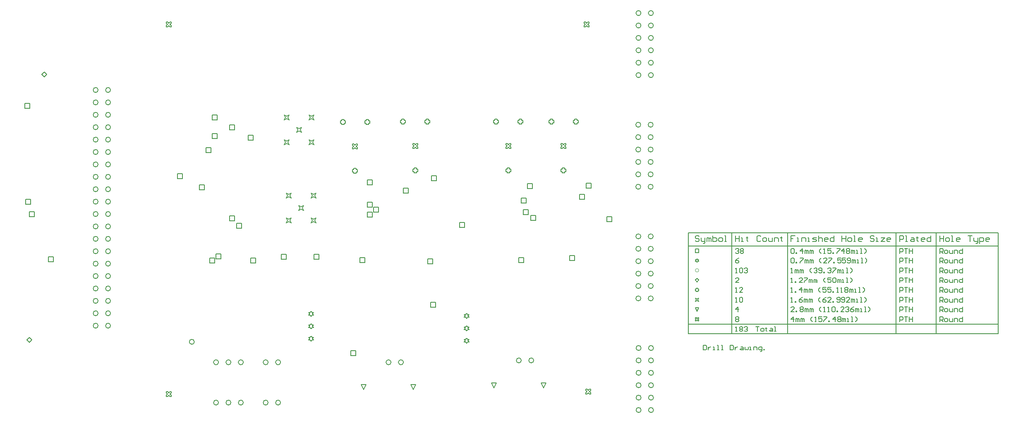
<source format=gbr>
G04 Layer_Color=2752767*
%FSLAX43Y43*%
%MOMM*%
%TF.FileFunction,Drawing*%
%TF.Part,Single*%
G01*
G75*
%TA.AperFunction,NonConductor*%
%ADD43C,0.127*%
%ADD91C,0.169*%
%ADD92C,0.203*%
%ADD93C,0.119*%
D43*
X13589Y18034D02*
Y19050D01*
X14605D01*
Y18034D01*
X13589D01*
X104775Y-7747D02*
X104267Y-6731D01*
X105283D01*
X104775Y-7747D01*
X114935D02*
X114427Y-6731D01*
X115443D01*
X114935Y-7747D01*
X99187Y1397D02*
X99441Y1651D01*
X99695D01*
X99441Y1905D01*
X99695Y2159D01*
X99441D01*
X99187Y2413D01*
X98933Y2159D01*
X98679D01*
X98933Y1905D01*
X98679Y1651D01*
X98933D01*
X99187Y1397D01*
Y3937D02*
X99441Y4191D01*
X99695D01*
X99441Y4445D01*
X99695Y4699D01*
X99441D01*
X99187Y4953D01*
X98933Y4699D01*
X98679D01*
X98933Y4445D01*
X98679Y4191D01*
X98933D01*
X99187Y3937D01*
Y6477D02*
X99441Y6731D01*
X99695D01*
X99441Y6985D01*
X99695Y7239D01*
X99441D01*
X99187Y7493D01*
X98933Y7239D01*
X98679D01*
X98933Y6985D01*
X98679Y6731D01*
X98933D01*
X99187Y6477D01*
X67310Y1778D02*
X67564Y2032D01*
X67818D01*
X67564Y2286D01*
X67818Y2540D01*
X67564D01*
X67310Y2794D01*
X67056Y2540D01*
X66802D01*
X67056Y2286D01*
X66802Y2032D01*
X67056D01*
X67310Y1778D01*
Y4318D02*
X67564Y4572D01*
X67818D01*
X67564Y4826D01*
X67818Y5080D01*
X67564D01*
X67310Y5334D01*
X67056Y5080D01*
X66802D01*
X67056Y4826D01*
X66802Y4572D01*
X67056D01*
X67310Y4318D01*
Y6858D02*
X67564Y7112D01*
X67818D01*
X67564Y7366D01*
X67818Y7620D01*
X67564D01*
X67310Y7874D01*
X67056Y7620D01*
X66802D01*
X67056Y7366D01*
X66802Y7112D01*
X67056D01*
X67310Y6858D01*
X64389Y44577D02*
X64643Y45085D01*
X64389Y45593D01*
X64897Y45339D01*
X65405Y45593D01*
X65151Y45085D01*
X65405Y44577D01*
X64897Y44831D01*
X64389Y44577D01*
X61849Y47117D02*
X62103Y47625D01*
X61849Y48133D01*
X62357Y47879D01*
X62865Y48133D01*
X62611Y47625D01*
X62865Y47117D01*
X62357Y47371D01*
X61849Y47117D01*
X66929D02*
X67183Y47625D01*
X66929Y48133D01*
X67437Y47879D01*
X67945Y48133D01*
X67691Y47625D01*
X67945Y47117D01*
X67437Y47371D01*
X66929Y47117D01*
X61849Y42037D02*
X62103Y42545D01*
X61849Y43053D01*
X62357Y42799D01*
X62865Y43053D01*
X62611Y42545D01*
X62865Y42037D01*
X62357Y42291D01*
X61849Y42037D01*
X66929D02*
X67183Y42545D01*
X66929Y43053D01*
X67437Y42799D01*
X67945Y43053D01*
X67691Y42545D01*
X67945Y42037D01*
X67437Y42291D01*
X66929Y42037D01*
X64770Y28575D02*
X65024Y29083D01*
X64770Y29591D01*
X65278Y29337D01*
X65786Y29591D01*
X65532Y29083D01*
X65786Y28575D01*
X65278Y28829D01*
X64770Y28575D01*
X62230Y31115D02*
X62484Y31623D01*
X62230Y32131D01*
X62738Y31877D01*
X63246Y32131D01*
X62992Y31623D01*
X63246Y31115D01*
X62738Y31369D01*
X62230Y31115D01*
X67310D02*
X67564Y31623D01*
X67310Y32131D01*
X67818Y31877D01*
X68326Y32131D01*
X68072Y31623D01*
X68326Y31115D01*
X67818Y31369D01*
X67310Y31115D01*
X62230Y26035D02*
X62484Y26543D01*
X62230Y27051D01*
X62738Y26797D01*
X63246Y27051D01*
X62992Y26543D01*
X63246Y26035D01*
X62738Y26289D01*
X62230Y26035D01*
X67310D02*
X67564Y26543D01*
X67310Y27051D01*
X67818Y26797D01*
X68326Y27051D01*
X68072Y26543D01*
X68326Y26035D01*
X67818Y26289D01*
X67310Y26035D01*
X78105Y-8128D02*
X77597Y-7112D01*
X78613D01*
X78105Y-8128D01*
X88265D02*
X87757Y-7112D01*
X88773D01*
X88265Y-8128D01*
X78573Y46402D02*
Y46148D01*
X79081D01*
Y46402D01*
X79335D01*
Y46910D01*
X79081D01*
Y47164D01*
X78573D01*
Y46910D01*
X78319D01*
Y46402D01*
X78573D01*
X73573D02*
Y46148D01*
X74081D01*
Y46402D01*
X74335D01*
Y46910D01*
X74081D01*
Y47164D01*
X73573D01*
Y46910D01*
X73319D01*
Y46402D01*
X73573D01*
X76073Y36402D02*
Y36148D01*
X76581D01*
Y36402D01*
X76835D01*
Y36910D01*
X76581D01*
Y37164D01*
X76073D01*
Y36910D01*
X75819D01*
Y36402D01*
X76073D01*
X75819Y41148D02*
X76073D01*
X76327Y41402D01*
X76581Y41148D01*
X76835D01*
Y41402D01*
X76581Y41656D01*
X76835Y41910D01*
Y42164D01*
X76581D01*
X76327Y41910D01*
X76073Y42164D01*
X75819D01*
Y41910D01*
X76073Y41656D01*
X75819Y41402D01*
Y41148D01*
X90892Y46529D02*
Y46275D01*
X91400D01*
Y46529D01*
X91654D01*
Y47037D01*
X91400D01*
Y47291D01*
X90892D01*
Y47037D01*
X90638D01*
Y46529D01*
X90892D01*
X85892D02*
Y46275D01*
X86400D01*
Y46529D01*
X86654D01*
Y47037D01*
X86400D01*
Y47291D01*
X85892D01*
Y47037D01*
X85638D01*
Y46529D01*
X85892D01*
X88392Y36529D02*
Y36275D01*
X88900D01*
Y36529D01*
X89154D01*
Y37037D01*
X88900D01*
Y37291D01*
X88392D01*
Y37037D01*
X88138D01*
Y36529D01*
X88392D01*
X88138Y41275D02*
X88392D01*
X88646Y41529D01*
X88900Y41275D01*
X89154D01*
Y41529D01*
X88900Y41783D01*
X89154Y42037D01*
Y42291D01*
X88900D01*
X88646Y42037D01*
X88392Y42291D01*
X88138D01*
Y42037D01*
X88392Y41783D01*
X88138Y41529D01*
Y41275D01*
X109942Y46529D02*
Y46275D01*
X110450D01*
Y46529D01*
X110704D01*
Y47037D01*
X110450D01*
Y47291D01*
X109942D01*
Y47037D01*
X109688D01*
Y46529D01*
X109942D01*
X104942D02*
Y46275D01*
X105450D01*
Y46529D01*
X105704D01*
Y47037D01*
X105450D01*
Y47291D01*
X104942D01*
Y47037D01*
X104688D01*
Y46529D01*
X104942D01*
X107442Y36529D02*
Y36275D01*
X107950D01*
Y36529D01*
X108204D01*
Y37037D01*
X107950D01*
Y37291D01*
X107442D01*
Y37037D01*
X107188D01*
Y36529D01*
X107442D01*
X107188Y41275D02*
X107442D01*
X107696Y41529D01*
X107950Y41275D01*
X108204D01*
Y41529D01*
X107950Y41783D01*
X108204Y42037D01*
Y42291D01*
X107950D01*
X107696Y42037D01*
X107442Y42291D01*
X107188D01*
Y42037D01*
X107442Y41783D01*
X107188Y41529D01*
Y41275D01*
X121245Y46529D02*
Y46275D01*
X121753D01*
Y46529D01*
X122007D01*
Y47037D01*
X121753D01*
Y47291D01*
X121245D01*
Y47037D01*
X120991D01*
Y46529D01*
X121245D01*
X116245D02*
Y46275D01*
X116753D01*
Y46529D01*
X117007D01*
Y47037D01*
X116753D01*
Y47291D01*
X116245D01*
Y47037D01*
X115991D01*
Y46529D01*
X116245D01*
X118745Y36529D02*
Y36275D01*
X119253D01*
Y36529D01*
X119507D01*
Y37037D01*
X119253D01*
Y37291D01*
X118745D01*
Y37037D01*
X118491D01*
Y36529D01*
X118745D01*
X118491Y41275D02*
X118745D01*
X118999Y41529D01*
X119253Y41275D01*
X119507D01*
Y41529D01*
X119253Y41783D01*
X119507Y42037D01*
Y42291D01*
X119253D01*
X118999Y42037D01*
X118745Y42291D01*
X118491D01*
Y42037D01*
X118745Y41783D01*
X118491Y41529D01*
Y41275D01*
X12192Y56401D02*
X12700Y56909D01*
X13208Y56401D01*
X12700Y55893D01*
X12192Y56401D01*
X9144Y2019D02*
X9652Y2527D01*
X10160Y2019D01*
X9652Y1511D01*
X9144Y2019D01*
X50673Y26416D02*
Y27432D01*
X51689D01*
Y26416D01*
X50673D01*
X37715Y-9525D02*
X37969D01*
X38223Y-9271D01*
X38477Y-9525D01*
X38731D01*
Y-9271D01*
X38477Y-9017D01*
X38731Y-8763D01*
Y-8509D01*
X38477D01*
X38223Y-8763D01*
X37969Y-8509D01*
X37715D01*
Y-8763D01*
X37969Y-9017D01*
X37715Y-9271D01*
Y-9525D01*
X123190Y66167D02*
X123444D01*
X123698Y66421D01*
X123952Y66167D01*
X124206D01*
Y66421D01*
X123952Y66675D01*
X124206Y66929D01*
Y67183D01*
X123952D01*
X123698Y66929D01*
X123444Y67183D01*
X123190D01*
Y66929D01*
X123444Y66675D01*
X123190Y66421D01*
Y66167D01*
X37715D02*
X37969D01*
X38223Y66421D01*
X38477Y66167D01*
X38731D01*
Y66421D01*
X38477Y66675D01*
X38731Y66929D01*
Y67183D01*
X38477D01*
X38223Y66929D01*
X37969Y67183D01*
X37715D01*
Y66929D01*
X37969Y66675D01*
X37715Y66421D01*
Y66167D01*
X123571Y-9017D02*
X123825D01*
X124079Y-8763D01*
X124333Y-9017D01*
X124587D01*
Y-8763D01*
X124333Y-8509D01*
X124587Y-8255D01*
Y-8001D01*
X124333D01*
X124079Y-8255D01*
X123825Y-8001D01*
X123571D01*
Y-8255D01*
X123825Y-8509D01*
X123571Y-8763D01*
Y-9017D01*
X50673Y45085D02*
Y46101D01*
X51689D01*
Y45085D01*
X50673D01*
X52070Y24892D02*
Y25908D01*
X53086D01*
Y24892D01*
X52070D01*
X78867Y27178D02*
Y28194D01*
X79883D01*
Y27178D01*
X78867D01*
X67945Y18542D02*
Y19558D01*
X68961D01*
Y18542D01*
X67945D01*
X61214D02*
Y19558D01*
X62230D01*
Y18542D01*
X61214D01*
X47879Y18669D02*
Y19685D01*
X48895D01*
Y18669D01*
X47879D01*
X45847Y40386D02*
Y41402D01*
X46863D01*
Y40386D01*
X45847D01*
X54483Y42926D02*
Y43942D01*
X55499D01*
Y42926D01*
X54483D01*
X8714Y49481D02*
Y50497D01*
X9730D01*
Y49481D01*
X8714D01*
X44450Y32766D02*
Y33782D01*
X45466D01*
Y32766D01*
X44450D01*
X47117Y47117D02*
Y48133D01*
X48133D01*
Y47117D01*
X47117D01*
X91821Y8763D02*
Y9779D01*
X92837D01*
Y8763D01*
X91821D01*
X75438Y-1143D02*
Y-127D01*
X76454D01*
Y-1143D01*
X75438D01*
X112268Y26543D02*
Y27559D01*
X113284D01*
Y26543D01*
X112268D01*
X127889Y26289D02*
Y27305D01*
X128905D01*
Y26289D01*
X127889D01*
X110363Y30099D02*
Y31115D01*
X111379D01*
Y30099D01*
X110363D01*
X80125Y28194D02*
Y29210D01*
X81141D01*
Y28194D01*
X80125D01*
X86233Y32131D02*
Y33147D01*
X87249D01*
Y32131D01*
X86233D01*
X123660Y33110D02*
Y34125D01*
X124676D01*
Y33110D01*
X123660D01*
X111618Y33032D02*
Y34048D01*
X112634D01*
Y33032D01*
X111618D01*
X91948Y34671D02*
Y35687D01*
X92964D01*
Y34671D01*
X91948D01*
X122301Y30861D02*
Y31877D01*
X123317D01*
Y30861D01*
X122301D01*
X46609Y17780D02*
Y18796D01*
X47625D01*
Y17780D01*
X46609D01*
X54991Y17780D02*
Y18796D01*
X56007D01*
Y17780D01*
X54991D01*
X47117Y43307D02*
Y44323D01*
X48133D01*
Y43307D01*
X47117D01*
X77343Y17907D02*
Y18923D01*
X78359D01*
Y17907D01*
X77343D01*
X91186Y17653D02*
Y18669D01*
X92202D01*
Y17653D01*
X91186D01*
X109855Y17907D02*
Y18923D01*
X110871D01*
Y17907D01*
X109855D01*
X120269Y18288D02*
Y19304D01*
X121285D01*
Y18288D01*
X120269D01*
X78867Y33782D02*
Y34798D01*
X79883D01*
Y33782D01*
X78867D01*
Y29210D02*
Y30226D01*
X79883D01*
Y29210D01*
X78867D01*
X40005Y35052D02*
Y36068D01*
X41021D01*
Y35052D01*
X40005D01*
X110744Y27686D02*
Y28702D01*
X111760D01*
Y27686D01*
X110744D01*
X97698Y25054D02*
Y26070D01*
X98714D01*
Y25054D01*
X97698D01*
X9652Y27305D02*
Y28321D01*
X10668D01*
Y27305D01*
X9652D01*
X8890Y29845D02*
Y30861D01*
X9906D01*
Y29845D01*
X8890D01*
X147624Y970D02*
Y-30D01*
X148124D01*
X148290Y137D01*
Y803D01*
X148124Y970D01*
X147624D01*
X148624Y636D02*
Y-30D01*
Y303D01*
X148790Y470D01*
X148957Y636D01*
X149124D01*
X149623Y-30D02*
X149957D01*
X149790D01*
Y636D01*
X149623D01*
X150456Y-30D02*
X150790D01*
X150623D01*
Y970D01*
X150456D01*
X151289Y-30D02*
X151623D01*
X151456D01*
Y970D01*
X151289D01*
X153122D02*
Y-30D01*
X153622D01*
X153789Y137D01*
Y803D01*
X153622Y970D01*
X153122D01*
X154122Y636D02*
Y-30D01*
Y303D01*
X154289Y470D01*
X154455Y636D01*
X154622D01*
X155288D02*
X155621D01*
X155788Y470D01*
Y-30D01*
X155288D01*
X155122Y137D01*
X155288Y303D01*
X155788D01*
X156121Y636D02*
Y137D01*
X156288Y-30D01*
X156454Y137D01*
X156621Y-30D01*
X156788Y137D01*
Y636D01*
X157121Y-30D02*
X157454D01*
X157288D01*
Y636D01*
X157121D01*
X157954Y-30D02*
Y636D01*
X158454D01*
X158620Y470D01*
Y-30D01*
X159287Y-363D02*
X159454D01*
X159620Y-197D01*
Y636D01*
X159120D01*
X158954Y470D01*
Y137D01*
X159120Y-30D01*
X159620D01*
X159953D02*
Y137D01*
X160120D01*
Y-30D01*
X159953D01*
X145973Y19924D02*
Y20636D01*
X146684D01*
Y19924D01*
X145973D01*
X154181Y20613D02*
X154347Y20780D01*
X154680D01*
X154847Y20613D01*
Y20446D01*
X154680Y20280D01*
X154514D01*
X154680D01*
X154847Y20113D01*
Y19947D01*
X154680Y19780D01*
X154347D01*
X154181Y19947D01*
X155180Y20613D02*
X155347Y20780D01*
X155680D01*
X155847Y20613D01*
Y20446D01*
X155680Y20280D01*
X155847Y20113D01*
Y19947D01*
X155680Y19780D01*
X155347D01*
X155180Y19947D01*
Y20113D01*
X155347Y20280D01*
X155180Y20446D01*
Y20613D01*
X155347Y20280D02*
X155680D01*
X165587Y20613D02*
X165754Y20780D01*
X166087D01*
X166253Y20613D01*
Y19947D01*
X166087Y19780D01*
X165754D01*
X165587Y19947D01*
Y20613D01*
X166587Y19780D02*
Y19947D01*
X166753D01*
Y19780D01*
X166587D01*
X167920D02*
Y20780D01*
X167420Y20280D01*
X168086D01*
X168419Y19780D02*
Y20446D01*
X168586D01*
X168753Y20280D01*
Y19780D01*
Y20280D01*
X168919Y20446D01*
X169086Y20280D01*
Y19780D01*
X169419D02*
Y20446D01*
X169586D01*
X169752Y20280D01*
Y19780D01*
Y20280D01*
X169919Y20446D01*
X170086Y20280D01*
Y19780D01*
X171752D02*
X171418Y20113D01*
Y20446D01*
X171752Y20780D01*
X172252Y19780D02*
X172585D01*
X172418D01*
Y20780D01*
X172252Y20613D01*
X173751Y20780D02*
X173085D01*
Y20280D01*
X173418Y20446D01*
X173584D01*
X173751Y20280D01*
Y19947D01*
X173584Y19780D01*
X173251D01*
X173085Y19947D01*
X174084Y19780D02*
Y19947D01*
X174251D01*
Y19780D01*
X174084D01*
X174917Y20780D02*
X175584D01*
Y20613D01*
X174917Y19947D01*
Y19780D01*
X176417D02*
Y20780D01*
X175917Y20280D01*
X176583D01*
X176917Y20613D02*
X177083Y20780D01*
X177417D01*
X177583Y20613D01*
Y20446D01*
X177417Y20280D01*
X177583Y20113D01*
Y19947D01*
X177417Y19780D01*
X177083D01*
X176917Y19947D01*
Y20113D01*
X177083Y20280D01*
X176917Y20446D01*
Y20613D01*
X177083Y20280D02*
X177417D01*
X177916Y19780D02*
Y20446D01*
X178083D01*
X178250Y20280D01*
Y19780D01*
Y20280D01*
X178416Y20446D01*
X178583Y20280D01*
Y19780D01*
X178916D02*
X179249D01*
X179083D01*
Y20446D01*
X178916D01*
X179749Y19780D02*
X180082D01*
X179916D01*
Y20780D01*
X179749D01*
X180582Y19780D02*
X180915Y20113D01*
Y20446D01*
X180582Y20780D01*
X187790Y19780D02*
Y20780D01*
X188290D01*
X188456Y20613D01*
Y20280D01*
X188290Y20113D01*
X187790D01*
X188790Y20780D02*
X189456D01*
X189123D01*
Y19780D01*
X189789Y20780D02*
Y19780D01*
Y20280D01*
X190456D01*
Y20780D01*
Y19780D01*
X195998D02*
Y20780D01*
X196497D01*
X196664Y20613D01*
Y20280D01*
X196497Y20113D01*
X195998D01*
X196331D02*
X196664Y19780D01*
X197164D02*
X197497D01*
X197664Y19947D01*
Y20280D01*
X197497Y20446D01*
X197164D01*
X196997Y20280D01*
Y19947D01*
X197164Y19780D01*
X197997Y20446D02*
Y19947D01*
X198164Y19780D01*
X198663D01*
Y20446D01*
X198997Y19780D02*
Y20446D01*
X199496D01*
X199663Y20280D01*
Y19780D01*
X200663Y20780D02*
Y19780D01*
X200163D01*
X199996Y19947D01*
Y20280D01*
X200163Y20446D01*
X200663D01*
X146329Y17924D02*
X146506Y18102D01*
X146684D01*
X146506Y18280D01*
X146684Y18458D01*
X146506D01*
X146329Y18636D01*
X146151Y18458D01*
X145973D01*
X146151Y18280D01*
X145973Y18102D01*
X146151D01*
X146329Y17924D01*
X154847Y18780D02*
X154514Y18613D01*
X154181Y18280D01*
Y17947D01*
X154347Y17780D01*
X154680D01*
X154847Y17947D01*
Y18113D01*
X154680Y18280D01*
X154181D01*
X165587Y18613D02*
X165754Y18780D01*
X166087D01*
X166253Y18613D01*
Y17947D01*
X166087Y17780D01*
X165754D01*
X165587Y17947D01*
Y18613D01*
X166587Y17780D02*
Y17947D01*
X166753D01*
Y17780D01*
X166587D01*
X167420Y18780D02*
X168086D01*
Y18613D01*
X167420Y17947D01*
Y17780D01*
X168419D02*
Y18446D01*
X168586D01*
X168753Y18280D01*
Y17780D01*
Y18280D01*
X168919Y18446D01*
X169086Y18280D01*
Y17780D01*
X169419D02*
Y18446D01*
X169586D01*
X169752Y18280D01*
Y17780D01*
Y18280D01*
X169919Y18446D01*
X170086Y18280D01*
Y17780D01*
X171752D02*
X171418Y18113D01*
Y18446D01*
X171752Y18780D01*
X172918Y17780D02*
X172252D01*
X172918Y18446D01*
Y18613D01*
X172751Y18780D01*
X172418D01*
X172252Y18613D01*
X173251Y18780D02*
X173918D01*
Y18613D01*
X173251Y17947D01*
Y17780D01*
X174251D02*
Y17947D01*
X174418D01*
Y17780D01*
X174251D01*
X175750Y18780D02*
X175084D01*
Y18280D01*
X175417Y18446D01*
X175584D01*
X175750Y18280D01*
Y17947D01*
X175584Y17780D01*
X175251D01*
X175084Y17947D01*
X176750Y18780D02*
X176084D01*
Y18280D01*
X176417Y18446D01*
X176583D01*
X176750Y18280D01*
Y17947D01*
X176583Y17780D01*
X176250D01*
X176084Y17947D01*
X177083D02*
X177250Y17780D01*
X177583D01*
X177750Y17947D01*
Y18613D01*
X177583Y18780D01*
X177250D01*
X177083Y18613D01*
Y18446D01*
X177250Y18280D01*
X177750D01*
X178083Y17780D02*
Y18446D01*
X178250D01*
X178416Y18280D01*
Y17780D01*
Y18280D01*
X178583Y18446D01*
X178749Y18280D01*
Y17780D01*
X179083D02*
X179416D01*
X179249D01*
Y18446D01*
X179083D01*
X179916Y17780D02*
X180249D01*
X180082D01*
Y18780D01*
X179916D01*
X180749Y17780D02*
X181082Y18113D01*
Y18446D01*
X180749Y18780D01*
X187790Y17780D02*
Y18780D01*
X188290D01*
X188456Y18613D01*
Y18280D01*
X188290Y18113D01*
X187790D01*
X188790Y18780D02*
X189456D01*
X189123D01*
Y17780D01*
X189789Y18780D02*
Y17780D01*
Y18280D01*
X190456D01*
Y18780D01*
Y17780D01*
X195998D02*
Y18780D01*
X196497D01*
X196664Y18613D01*
Y18280D01*
X196497Y18113D01*
X195998D01*
X196331D02*
X196664Y17780D01*
X197164D02*
X197497D01*
X197664Y17947D01*
Y18280D01*
X197497Y18446D01*
X197164D01*
X196997Y18280D01*
Y17947D01*
X197164Y17780D01*
X197997Y18446D02*
Y17947D01*
X198164Y17780D01*
X198663D01*
Y18446D01*
X198997Y17780D02*
Y18446D01*
X199496D01*
X199663Y18280D01*
Y17780D01*
X200663Y18780D02*
Y17780D01*
X200163D01*
X199996Y17947D01*
Y18280D01*
X200163Y18446D01*
X200663D01*
X154181Y15780D02*
X154514D01*
X154347D01*
Y16780D01*
X154181Y16613D01*
X155014D02*
X155180Y16780D01*
X155513D01*
X155680Y16613D01*
Y15947D01*
X155513Y15780D01*
X155180D01*
X155014Y15947D01*
Y16613D01*
X156013D02*
X156180Y16780D01*
X156513D01*
X156680Y16613D01*
Y16446D01*
X156513Y16280D01*
X156346D01*
X156513D01*
X156680Y16113D01*
Y15947D01*
X156513Y15780D01*
X156180D01*
X156013Y15947D01*
X165587Y15780D02*
X165920D01*
X165754D01*
Y16780D01*
X165587Y16613D01*
X166420Y15780D02*
Y16446D01*
X166587D01*
X166753Y16280D01*
Y15780D01*
Y16280D01*
X166920Y16446D01*
X167087Y16280D01*
Y15780D01*
X167420D02*
Y16446D01*
X167586D01*
X167753Y16280D01*
Y15780D01*
Y16280D01*
X167920Y16446D01*
X168086Y16280D01*
Y15780D01*
X169752D02*
X169419Y16113D01*
Y16446D01*
X169752Y16780D01*
X170252Y16613D02*
X170419Y16780D01*
X170752D01*
X170919Y16613D01*
Y16446D01*
X170752Y16280D01*
X170585D01*
X170752D01*
X170919Y16113D01*
Y15947D01*
X170752Y15780D01*
X170419D01*
X170252Y15947D01*
X171252D02*
X171418Y15780D01*
X171752D01*
X171918Y15947D01*
Y16613D01*
X171752Y16780D01*
X171418D01*
X171252Y16613D01*
Y16446D01*
X171418Y16280D01*
X171918D01*
X172252Y15780D02*
Y15947D01*
X172418D01*
Y15780D01*
X172252D01*
X173085Y16613D02*
X173251Y16780D01*
X173584D01*
X173751Y16613D01*
Y16446D01*
X173584Y16280D01*
X173418D01*
X173584D01*
X173751Y16113D01*
Y15947D01*
X173584Y15780D01*
X173251D01*
X173085Y15947D01*
X174084Y16780D02*
X174751D01*
Y16613D01*
X174084Y15947D01*
Y15780D01*
X175084D02*
Y16446D01*
X175251D01*
X175417Y16280D01*
Y15780D01*
Y16280D01*
X175584Y16446D01*
X175750Y16280D01*
Y15780D01*
X176084D02*
X176417D01*
X176250D01*
Y16446D01*
X176084D01*
X176917Y15780D02*
X177250D01*
X177083D01*
Y16780D01*
X176917D01*
X177750Y15780D02*
X178083Y16113D01*
Y16446D01*
X177750Y16780D01*
X187790Y15780D02*
Y16780D01*
X188290D01*
X188456Y16613D01*
Y16280D01*
X188290Y16113D01*
X187790D01*
X188790Y16780D02*
X189456D01*
X189123D01*
Y15780D01*
X189789Y16780D02*
Y15780D01*
Y16280D01*
X190456D01*
Y16780D01*
Y15780D01*
X195998D02*
Y16780D01*
X196497D01*
X196664Y16613D01*
Y16280D01*
X196497Y16113D01*
X195998D01*
X196331D02*
X196664Y15780D01*
X197164D02*
X197497D01*
X197664Y15947D01*
Y16280D01*
X197497Y16446D01*
X197164D01*
X196997Y16280D01*
Y15947D01*
X197164Y15780D01*
X197997Y16446D02*
Y15947D01*
X198164Y15780D01*
X198663D01*
Y16446D01*
X198997Y15780D02*
Y16446D01*
X199496D01*
X199663Y16280D01*
Y15780D01*
X200663Y16780D02*
Y15780D01*
X200163D01*
X199996Y15947D01*
Y16280D01*
X200163Y16446D01*
X200663D01*
X145973Y14280D02*
X146329Y14636D01*
X146684Y14280D01*
X146329Y13924D01*
X145973Y14280D01*
X154847Y13780D02*
X154181D01*
X154847Y14446D01*
Y14613D01*
X154680Y14780D01*
X154347D01*
X154181Y14613D01*
X165587Y13780D02*
X165920D01*
X165754D01*
Y14780D01*
X165587Y14613D01*
X166420Y13780D02*
Y13947D01*
X166587D01*
Y13780D01*
X166420D01*
X167920D02*
X167253D01*
X167920Y14446D01*
Y14613D01*
X167753Y14780D01*
X167420D01*
X167253Y14613D01*
X168253Y14780D02*
X168919D01*
Y14613D01*
X168253Y13947D01*
Y13780D01*
X169253D02*
Y14446D01*
X169419D01*
X169586Y14280D01*
Y13780D01*
Y14280D01*
X169752Y14446D01*
X169919Y14280D01*
Y13780D01*
X170252D02*
Y14446D01*
X170419D01*
X170585Y14280D01*
Y13780D01*
Y14280D01*
X170752Y14446D01*
X170919Y14280D01*
Y13780D01*
X172585D02*
X172252Y14113D01*
Y14446D01*
X172585Y14780D01*
X173751D02*
X173085D01*
Y14280D01*
X173418Y14446D01*
X173584D01*
X173751Y14280D01*
Y13947D01*
X173584Y13780D01*
X173251D01*
X173085Y13947D01*
X174084Y14613D02*
X174251Y14780D01*
X174584D01*
X174751Y14613D01*
Y13947D01*
X174584Y13780D01*
X174251D01*
X174084Y13947D01*
Y14613D01*
X175084Y13780D02*
Y14446D01*
X175251D01*
X175417Y14280D01*
Y13780D01*
Y14280D01*
X175584Y14446D01*
X175750Y14280D01*
Y13780D01*
X176084D02*
X176417D01*
X176250D01*
Y14446D01*
X176084D01*
X176917Y13780D02*
X177250D01*
X177083D01*
Y14780D01*
X176917D01*
X177750Y13780D02*
X178083Y14113D01*
Y14446D01*
X177750Y14780D01*
X187790Y13780D02*
Y14780D01*
X188290D01*
X188456Y14613D01*
Y14280D01*
X188290Y14113D01*
X187790D01*
X188790Y14780D02*
X189456D01*
X189123D01*
Y13780D01*
X189789Y14780D02*
Y13780D01*
Y14280D01*
X190456D01*
Y14780D01*
Y13780D01*
X195998D02*
Y14780D01*
X196497D01*
X196664Y14613D01*
Y14280D01*
X196497Y14113D01*
X195998D01*
X196331D02*
X196664Y13780D01*
X197164D02*
X197497D01*
X197664Y13947D01*
Y14280D01*
X197497Y14446D01*
X197164D01*
X196997Y14280D01*
Y13947D01*
X197164Y13780D01*
X197997Y14446D02*
Y13947D01*
X198164Y13780D01*
X198663D01*
Y14446D01*
X198997Y13780D02*
Y14446D01*
X199496D01*
X199663Y14280D01*
Y13780D01*
X200663Y14780D02*
Y13780D01*
X200163D01*
X199996Y13947D01*
Y14280D01*
X200163Y14446D01*
X200663D01*
X146151Y12102D02*
Y11924D01*
X146506D01*
Y12102D01*
X146684D01*
Y12458D01*
X146506D01*
Y12636D01*
X146151D01*
Y12458D01*
X145973D01*
Y12102D01*
X146151D01*
X154181Y11780D02*
X154514D01*
X154347D01*
Y12780D01*
X154181Y12613D01*
X155680Y11780D02*
X155014D01*
X155680Y12446D01*
Y12613D01*
X155513Y12780D01*
X155180D01*
X155014Y12613D01*
X165587Y11780D02*
X165920D01*
X165754D01*
Y12780D01*
X165587Y12613D01*
X166420Y11780D02*
Y11947D01*
X166587D01*
Y11780D01*
X166420D01*
X167753D02*
Y12780D01*
X167253Y12280D01*
X167920D01*
X168253Y11780D02*
Y12446D01*
X168419D01*
X168586Y12280D01*
Y11780D01*
Y12280D01*
X168753Y12446D01*
X168919Y12280D01*
Y11780D01*
X169253D02*
Y12446D01*
X169419D01*
X169586Y12280D01*
Y11780D01*
Y12280D01*
X169752Y12446D01*
X169919Y12280D01*
Y11780D01*
X171585D02*
X171252Y12113D01*
Y12446D01*
X171585Y12780D01*
X172751D02*
X172085D01*
Y12280D01*
X172418Y12446D01*
X172585D01*
X172751Y12280D01*
Y11947D01*
X172585Y11780D01*
X172252D01*
X172085Y11947D01*
X173751Y12780D02*
X173085D01*
Y12280D01*
X173418Y12446D01*
X173584D01*
X173751Y12280D01*
Y11947D01*
X173584Y11780D01*
X173251D01*
X173085Y11947D01*
X174084Y11780D02*
Y11947D01*
X174251D01*
Y11780D01*
X174084D01*
X174917D02*
X175251D01*
X175084D01*
Y12780D01*
X174917Y12613D01*
X175750Y11780D02*
X176084D01*
X175917D01*
Y12780D01*
X175750Y12613D01*
X176583D02*
X176750Y12780D01*
X177083D01*
X177250Y12613D01*
Y12446D01*
X177083Y12280D01*
X177250Y12113D01*
Y11947D01*
X177083Y11780D01*
X176750D01*
X176583Y11947D01*
Y12113D01*
X176750Y12280D01*
X176583Y12446D01*
Y12613D01*
X176750Y12280D02*
X177083D01*
X177583Y11780D02*
Y12446D01*
X177750D01*
X177916Y12280D01*
Y11780D01*
Y12280D01*
X178083Y12446D01*
X178250Y12280D01*
Y11780D01*
X178583D02*
X178916D01*
X178749D01*
Y12446D01*
X178583D01*
X179416Y11780D02*
X179749D01*
X179583D01*
Y12780D01*
X179416D01*
X180249Y11780D02*
X180582Y12113D01*
Y12446D01*
X180249Y12780D01*
X187790Y11780D02*
Y12780D01*
X188290D01*
X188456Y12613D01*
Y12280D01*
X188290Y12113D01*
X187790D01*
X188790Y12780D02*
X189456D01*
X189123D01*
Y11780D01*
X189789Y12780D02*
Y11780D01*
Y12280D01*
X190456D01*
Y12780D01*
Y11780D01*
X195998D02*
Y12780D01*
X196497D01*
X196664Y12613D01*
Y12280D01*
X196497Y12113D01*
X195998D01*
X196331D02*
X196664Y11780D01*
X197164D02*
X197497D01*
X197664Y11947D01*
Y12280D01*
X197497Y12446D01*
X197164D01*
X196997Y12280D01*
Y11947D01*
X197164Y11780D01*
X197997Y12446D02*
Y11947D01*
X198164Y11780D01*
X198663D01*
Y12446D01*
X198997Y11780D02*
Y12446D01*
X199496D01*
X199663Y12280D01*
Y11780D01*
X200663Y12780D02*
Y11780D01*
X200163D01*
X199996Y11947D01*
Y12280D01*
X200163Y12446D01*
X200663D01*
X145973Y9924D02*
X146151Y10280D01*
X145973Y10636D01*
X146329Y10458D01*
X146684Y10636D01*
X146506Y10280D01*
X146684Y9924D01*
X146329Y10102D01*
X145973Y9924D01*
X154181Y9780D02*
X154514D01*
X154347D01*
Y10780D01*
X154181Y10613D01*
X155014D02*
X155180Y10780D01*
X155513D01*
X155680Y10613D01*
Y9947D01*
X155513Y9780D01*
X155180D01*
X155014Y9947D01*
Y10613D01*
X165587Y9780D02*
X165920D01*
X165754D01*
Y10780D01*
X165587Y10613D01*
X166420Y9780D02*
Y9947D01*
X166587D01*
Y9780D01*
X166420D01*
X167920Y10780D02*
X167586Y10613D01*
X167253Y10280D01*
Y9947D01*
X167420Y9780D01*
X167753D01*
X167920Y9947D01*
Y10113D01*
X167753Y10280D01*
X167253D01*
X168253Y9780D02*
Y10446D01*
X168419D01*
X168586Y10280D01*
Y9780D01*
Y10280D01*
X168753Y10446D01*
X168919Y10280D01*
Y9780D01*
X169253D02*
Y10446D01*
X169419D01*
X169586Y10280D01*
Y9780D01*
Y10280D01*
X169752Y10446D01*
X169919Y10280D01*
Y9780D01*
X171585D02*
X171252Y10113D01*
Y10446D01*
X171585Y10780D01*
X172751D02*
X172418Y10613D01*
X172085Y10280D01*
Y9947D01*
X172252Y9780D01*
X172585D01*
X172751Y9947D01*
Y10113D01*
X172585Y10280D01*
X172085D01*
X173751Y9780D02*
X173085D01*
X173751Y10446D01*
Y10613D01*
X173584Y10780D01*
X173251D01*
X173085Y10613D01*
X174084Y9780D02*
Y9947D01*
X174251D01*
Y9780D01*
X174084D01*
X174917Y9947D02*
X175084Y9780D01*
X175417D01*
X175584Y9947D01*
Y10613D01*
X175417Y10780D01*
X175084D01*
X174917Y10613D01*
Y10446D01*
X175084Y10280D01*
X175584D01*
X175917Y9947D02*
X176084Y9780D01*
X176417D01*
X176583Y9947D01*
Y10613D01*
X176417Y10780D01*
X176084D01*
X175917Y10613D01*
Y10446D01*
X176084Y10280D01*
X176583D01*
X177583Y9780D02*
X176917D01*
X177583Y10446D01*
Y10613D01*
X177417Y10780D01*
X177083D01*
X176917Y10613D01*
X177916Y9780D02*
Y10446D01*
X178083D01*
X178250Y10280D01*
Y9780D01*
Y10280D01*
X178416Y10446D01*
X178583Y10280D01*
Y9780D01*
X178916D02*
X179249D01*
X179083D01*
Y10446D01*
X178916D01*
X179749Y9780D02*
X180082D01*
X179916D01*
Y10780D01*
X179749D01*
X180582Y9780D02*
X180915Y10113D01*
Y10446D01*
X180582Y10780D01*
X187790Y9780D02*
Y10780D01*
X188290D01*
X188456Y10613D01*
Y10280D01*
X188290Y10113D01*
X187790D01*
X188790Y10780D02*
X189456D01*
X189123D01*
Y9780D01*
X189789Y10780D02*
Y9780D01*
Y10280D01*
X190456D01*
Y10780D01*
Y9780D01*
X195998D02*
Y10780D01*
X196497D01*
X196664Y10613D01*
Y10280D01*
X196497Y10113D01*
X195998D01*
X196331D02*
X196664Y9780D01*
X197164D02*
X197497D01*
X197664Y9947D01*
Y10280D01*
X197497Y10446D01*
X197164D01*
X196997Y10280D01*
Y9947D01*
X197164Y9780D01*
X197997Y10446D02*
Y9947D01*
X198164Y9780D01*
X198663D01*
Y10446D01*
X198997Y9780D02*
Y10446D01*
X199496D01*
X199663Y10280D01*
Y9780D01*
X200663Y10780D02*
Y9780D01*
X200163D01*
X199996Y9947D01*
Y10280D01*
X200163Y10446D01*
X200663D01*
X146329Y7924D02*
X145973Y8636D01*
X146684D01*
X146329Y7924D01*
X154680Y7780D02*
Y8780D01*
X154181Y8280D01*
X154847D01*
X166253Y7780D02*
X165587D01*
X166253Y8446D01*
Y8613D01*
X166087Y8780D01*
X165754D01*
X165587Y8613D01*
X166587Y7780D02*
Y7947D01*
X166753D01*
Y7780D01*
X166587D01*
X167420Y8613D02*
X167586Y8780D01*
X167920D01*
X168086Y8613D01*
Y8446D01*
X167920Y8280D01*
X168086Y8113D01*
Y7947D01*
X167920Y7780D01*
X167586D01*
X167420Y7947D01*
Y8113D01*
X167586Y8280D01*
X167420Y8446D01*
Y8613D01*
X167586Y8280D02*
X167920D01*
X168419Y7780D02*
Y8446D01*
X168586D01*
X168753Y8280D01*
Y7780D01*
Y8280D01*
X168919Y8446D01*
X169086Y8280D01*
Y7780D01*
X169419D02*
Y8446D01*
X169586D01*
X169752Y8280D01*
Y7780D01*
Y8280D01*
X169919Y8446D01*
X170086Y8280D01*
Y7780D01*
X171752D02*
X171418Y8113D01*
Y8446D01*
X171752Y8780D01*
X172252Y7780D02*
X172585D01*
X172418D01*
Y8780D01*
X172252Y8613D01*
X173085Y7780D02*
X173418D01*
X173251D01*
Y8780D01*
X173085Y8613D01*
X173918D02*
X174084Y8780D01*
X174418D01*
X174584Y8613D01*
Y7947D01*
X174418Y7780D01*
X174084D01*
X173918Y7947D01*
Y8613D01*
X174917Y7780D02*
Y7947D01*
X175084D01*
Y7780D01*
X174917D01*
X176417D02*
X175750D01*
X176417Y8446D01*
Y8613D01*
X176250Y8780D01*
X175917D01*
X175750Y8613D01*
X176750D02*
X176917Y8780D01*
X177250D01*
X177417Y8613D01*
Y8446D01*
X177250Y8280D01*
X177083D01*
X177250D01*
X177417Y8113D01*
Y7947D01*
X177250Y7780D01*
X176917D01*
X176750Y7947D01*
X178416Y8780D02*
X178083Y8613D01*
X177750Y8280D01*
Y7947D01*
X177916Y7780D01*
X178250D01*
X178416Y7947D01*
Y8113D01*
X178250Y8280D01*
X177750D01*
X178749Y7780D02*
Y8446D01*
X178916D01*
X179083Y8280D01*
Y7780D01*
Y8280D01*
X179249Y8446D01*
X179416Y8280D01*
Y7780D01*
X179749D02*
X180082D01*
X179916D01*
Y8446D01*
X179749D01*
X180582Y7780D02*
X180915D01*
X180749D01*
Y8780D01*
X180582D01*
X181415Y7780D02*
X181748Y8113D01*
Y8446D01*
X181415Y8780D01*
X187790Y7780D02*
Y8780D01*
X188290D01*
X188456Y8613D01*
Y8280D01*
X188290Y8113D01*
X187790D01*
X188790Y8780D02*
X189456D01*
X189123D01*
Y7780D01*
X189789Y8780D02*
Y7780D01*
Y8280D01*
X190456D01*
Y8780D01*
Y7780D01*
X195998D02*
Y8780D01*
X196497D01*
X196664Y8613D01*
Y8280D01*
X196497Y8113D01*
X195998D01*
X196331D02*
X196664Y7780D01*
X197164D02*
X197497D01*
X197664Y7947D01*
Y8280D01*
X197497Y8446D01*
X197164D01*
X196997Y8280D01*
Y7947D01*
X197164Y7780D01*
X197997Y8446D02*
Y7947D01*
X198164Y7780D01*
X198663D01*
Y8446D01*
X198997Y7780D02*
Y8446D01*
X199496D01*
X199663Y8280D01*
Y7780D01*
X200663Y8780D02*
Y7780D01*
X200163D01*
X199996Y7947D01*
Y8280D01*
X200163Y8446D01*
X200663D01*
X145973Y5924D02*
X146151D01*
X146329Y6102D01*
X146506Y5924D01*
X146684D01*
Y6102D01*
X146506Y6280D01*
X146684Y6458D01*
Y6636D01*
X146506D01*
X146329Y6458D01*
X146151Y6636D01*
X145973D01*
Y6458D01*
X146151Y6280D01*
X145973Y6102D01*
Y5924D01*
X154181Y6613D02*
X154347Y6780D01*
X154680D01*
X154847Y6613D01*
Y6446D01*
X154680Y6280D01*
X154847Y6113D01*
Y5947D01*
X154680Y5780D01*
X154347D01*
X154181Y5947D01*
Y6113D01*
X154347Y6280D01*
X154181Y6446D01*
Y6613D01*
X154347Y6280D02*
X154680D01*
X166087Y5780D02*
Y6780D01*
X165587Y6280D01*
X166253D01*
X166587Y5780D02*
Y6446D01*
X166753D01*
X166920Y6280D01*
Y5780D01*
Y6280D01*
X167087Y6446D01*
X167253Y6280D01*
Y5780D01*
X167586D02*
Y6446D01*
X167753D01*
X167920Y6280D01*
Y5780D01*
Y6280D01*
X168086Y6446D01*
X168253Y6280D01*
Y5780D01*
X169919D02*
X169586Y6113D01*
Y6446D01*
X169919Y6780D01*
X170419Y5780D02*
X170752D01*
X170585D01*
Y6780D01*
X170419Y6613D01*
X171918Y6780D02*
X171252D01*
Y6280D01*
X171585Y6446D01*
X171752D01*
X171918Y6280D01*
Y5947D01*
X171752Y5780D01*
X171418D01*
X171252Y5947D01*
X172252Y6780D02*
X172918D01*
Y6613D01*
X172252Y5947D01*
Y5780D01*
X173251D02*
Y5947D01*
X173418D01*
Y5780D01*
X173251D01*
X174584D02*
Y6780D01*
X174084Y6280D01*
X174751D01*
X175084Y6613D02*
X175251Y6780D01*
X175584D01*
X175750Y6613D01*
Y6446D01*
X175584Y6280D01*
X175750Y6113D01*
Y5947D01*
X175584Y5780D01*
X175251D01*
X175084Y5947D01*
Y6113D01*
X175251Y6280D01*
X175084Y6446D01*
Y6613D01*
X175251Y6280D02*
X175584D01*
X176084Y5780D02*
Y6446D01*
X176250D01*
X176417Y6280D01*
Y5780D01*
Y6280D01*
X176583Y6446D01*
X176750Y6280D01*
Y5780D01*
X177083D02*
X177417D01*
X177250D01*
Y6446D01*
X177083D01*
X177916Y5780D02*
X178250D01*
X178083D01*
Y6780D01*
X177916D01*
X178749Y5780D02*
X179083Y6113D01*
Y6446D01*
X178749Y6780D01*
X187790Y5780D02*
Y6780D01*
X188290D01*
X188456Y6613D01*
Y6280D01*
X188290Y6113D01*
X187790D01*
X188790Y6780D02*
X189456D01*
X189123D01*
Y5780D01*
X189789Y6780D02*
Y5780D01*
Y6280D01*
X190456D01*
Y6780D01*
Y5780D01*
X195998D02*
Y6780D01*
X196497D01*
X196664Y6613D01*
Y6280D01*
X196497Y6113D01*
X195998D01*
X196331D02*
X196664Y5780D01*
X197164D02*
X197497D01*
X197664Y5947D01*
Y6280D01*
X197497Y6446D01*
X197164D01*
X196997Y6280D01*
Y5947D01*
X197164Y5780D01*
X197997Y6446D02*
Y5947D01*
X198164Y5780D01*
X198663D01*
Y6446D01*
X198997Y5780D02*
Y6446D01*
X199496D01*
X199663Y6280D01*
Y5780D01*
X200663Y6780D02*
Y5780D01*
X200163D01*
X199996Y5947D01*
Y6280D01*
X200163Y6446D01*
X200663D01*
X154181Y3780D02*
X154514D01*
X154347D01*
Y4780D01*
X154181Y4613D01*
X155014D02*
X155180Y4780D01*
X155513D01*
X155680Y4613D01*
Y4446D01*
X155513Y4280D01*
X155680Y4113D01*
Y3947D01*
X155513Y3780D01*
X155180D01*
X155014Y3947D01*
Y4113D01*
X155180Y4280D01*
X155014Y4446D01*
Y4613D01*
X155180Y4280D02*
X155513D01*
X156013Y4613D02*
X156180Y4780D01*
X156513D01*
X156680Y4613D01*
Y4446D01*
X156513Y4280D01*
X156346D01*
X156513D01*
X156680Y4113D01*
Y3947D01*
X156513Y3780D01*
X156180D01*
X156013Y3947D01*
X158337Y4780D02*
X159003D01*
X158670D01*
Y3780D01*
X159503D02*
X159836D01*
X160003Y3947D01*
Y4280D01*
X159836Y4446D01*
X159503D01*
X159337Y4280D01*
Y3947D01*
X159503Y3780D01*
X160503Y4613D02*
Y4446D01*
X160336D01*
X160669D01*
X160503D01*
Y3947D01*
X160669Y3780D01*
X161336Y4446D02*
X161669D01*
X161836Y4280D01*
Y3780D01*
X161336D01*
X161169Y3947D01*
X161336Y4113D01*
X161836D01*
X162169Y3780D02*
X162502D01*
X162336D01*
Y4780D01*
X162169D01*
D91*
X134874Y-12319D02*
G03*
X134874Y-12319I-508J0D01*
G01*
Y-9779D02*
G03*
X134874Y-9779I-508J0D01*
G01*
Y-7239D02*
G03*
X134874Y-7239I-508J0D01*
G01*
Y-4699D02*
G03*
X134874Y-4699I-508J0D01*
G01*
Y-2159D02*
G03*
X134874Y-2159I-508J0D01*
G01*
Y381D02*
G03*
X134874Y381I-508J0D01*
G01*
X137414Y-12319D02*
G03*
X137414Y-12319I-508J0D01*
G01*
Y-9779D02*
G03*
X137414Y-9779I-508J0D01*
G01*
Y-7239D02*
G03*
X137414Y-7239I-508J0D01*
G01*
Y-4699D02*
G03*
X137414Y-4699I-508J0D01*
G01*
Y-2159D02*
G03*
X137414Y-2159I-508J0D01*
G01*
Y381D02*
G03*
X137414Y381I-508J0D01*
G01*
X134824Y10541D02*
G03*
X134824Y10541I-508J0D01*
G01*
Y13081D02*
G03*
X134824Y13081I-508J0D01*
G01*
Y15621D02*
G03*
X134824Y15621I-508J0D01*
G01*
Y18161D02*
G03*
X134824Y18161I-508J0D01*
G01*
Y20701D02*
G03*
X134824Y20701I-508J0D01*
G01*
Y23241D02*
G03*
X134824Y23241I-508J0D01*
G01*
X137364Y10541D02*
G03*
X137364Y10541I-508J0D01*
G01*
Y13081D02*
G03*
X137364Y13081I-508J0D01*
G01*
Y15621D02*
G03*
X137364Y15621I-508J0D01*
G01*
Y18161D02*
G03*
X137364Y18161I-508J0D01*
G01*
Y20701D02*
G03*
X137364Y20701I-508J0D01*
G01*
Y23241D02*
G03*
X137364Y23241I-508J0D01*
G01*
X134799Y33401D02*
G03*
X134799Y33401I-508J0D01*
G01*
Y35941D02*
G03*
X134799Y35941I-508J0D01*
G01*
Y38481D02*
G03*
X134799Y38481I-508J0D01*
G01*
Y41021D02*
G03*
X134799Y41021I-508J0D01*
G01*
Y43561D02*
G03*
X134799Y43561I-508J0D01*
G01*
Y46101D02*
G03*
X134799Y46101I-508J0D01*
G01*
X137339Y33401D02*
G03*
X137339Y33401I-508J0D01*
G01*
Y35941D02*
G03*
X137339Y35941I-508J0D01*
G01*
Y38481D02*
G03*
X137339Y38481I-508J0D01*
G01*
Y41021D02*
G03*
X137339Y41021I-508J0D01*
G01*
Y43561D02*
G03*
X137339Y43561I-508J0D01*
G01*
Y46101D02*
G03*
X137339Y46101I-508J0D01*
G01*
X137389Y68961D02*
G03*
X137389Y68961I-508J0D01*
G01*
Y66421D02*
G03*
X137389Y66421I-508J0D01*
G01*
Y63881D02*
G03*
X137389Y63881I-508J0D01*
G01*
Y61341D02*
G03*
X137389Y61341I-508J0D01*
G01*
Y58801D02*
G03*
X137389Y58801I-508J0D01*
G01*
Y56261D02*
G03*
X137389Y56261I-508J0D01*
G01*
X134849Y68961D02*
G03*
X134849Y68961I-508J0D01*
G01*
Y66421D02*
G03*
X134849Y66421I-508J0D01*
G01*
Y63881D02*
G03*
X134849Y63881I-508J0D01*
G01*
Y61341D02*
G03*
X134849Y61341I-508J0D01*
G01*
Y58801D02*
G03*
X134849Y58801I-508J0D01*
G01*
Y56261D02*
G03*
X134849Y56261I-508J0D01*
G01*
X26289Y4953D02*
G03*
X26289Y4953I-508J0D01*
G01*
X23749D02*
G03*
X23749Y4953I-508J0D01*
G01*
X26289Y7493D02*
G03*
X26289Y7493I-508J0D01*
G01*
X23749D02*
G03*
X23749Y7493I-508J0D01*
G01*
X26289Y10033D02*
G03*
X26289Y10033I-508J0D01*
G01*
X23749D02*
G03*
X23749Y10033I-508J0D01*
G01*
X26289Y12573D02*
G03*
X26289Y12573I-508J0D01*
G01*
X23749D02*
G03*
X23749Y12573I-508J0D01*
G01*
X26289Y15113D02*
G03*
X26289Y15113I-508J0D01*
G01*
X23749D02*
G03*
X23749Y15113I-508J0D01*
G01*
X26289Y17653D02*
G03*
X26289Y17653I-508J0D01*
G01*
X23749D02*
G03*
X23749Y17653I-508J0D01*
G01*
X26289Y20193D02*
G03*
X26289Y20193I-508J0D01*
G01*
X23749D02*
G03*
X23749Y20193I-508J0D01*
G01*
X26289Y22733D02*
G03*
X26289Y22733I-508J0D01*
G01*
X23749D02*
G03*
X23749Y22733I-508J0D01*
G01*
X26289Y25273D02*
G03*
X26289Y25273I-508J0D01*
G01*
X23749D02*
G03*
X23749Y25273I-508J0D01*
G01*
X26289Y27813D02*
G03*
X26289Y27813I-508J0D01*
G01*
X23749D02*
G03*
X23749Y27813I-508J0D01*
G01*
X26289Y30353D02*
G03*
X26289Y30353I-508J0D01*
G01*
X23749D02*
G03*
X23749Y30353I-508J0D01*
G01*
X26289Y32893D02*
G03*
X26289Y32893I-508J0D01*
G01*
X23749D02*
G03*
X23749Y32893I-508J0D01*
G01*
X26289Y35433D02*
G03*
X26289Y35433I-508J0D01*
G01*
X23749D02*
G03*
X23749Y35433I-508J0D01*
G01*
X26289Y37973D02*
G03*
X26289Y37973I-508J0D01*
G01*
X23749D02*
G03*
X23749Y37973I-508J0D01*
G01*
X26289Y40513D02*
G03*
X26289Y40513I-508J0D01*
G01*
X23749D02*
G03*
X23749Y40513I-508J0D01*
G01*
X26289Y43053D02*
G03*
X26289Y43053I-508J0D01*
G01*
X23749D02*
G03*
X23749Y43053I-508J0D01*
G01*
X26289Y45593D02*
G03*
X26289Y45593I-508J0D01*
G01*
X23749D02*
G03*
X23749Y45593I-508J0D01*
G01*
X26289Y48133D02*
G03*
X26289Y48133I-508J0D01*
G01*
X23749D02*
G03*
X23749Y48133I-508J0D01*
G01*
X26289Y50673D02*
G03*
X26289Y50673I-508J0D01*
G01*
X23749D02*
G03*
X23749Y50673I-508J0D01*
G01*
X26289Y53213D02*
G03*
X26289Y53213I-508J0D01*
G01*
X23749D02*
G03*
X23749Y53213I-508J0D01*
G01*
X48387Y-10795D02*
G03*
X48387Y-10795I-508J0D01*
G01*
X50927D02*
G03*
X50927Y-10795I-508J0D01*
G01*
X53467D02*
G03*
X53467Y-10795I-508J0D01*
G01*
X58547D02*
G03*
X58547Y-10795I-508J0D01*
G01*
X61087D02*
G03*
X61087Y-10795I-508J0D01*
G01*
X112903Y-2159D02*
G03*
X112903Y-2159I-508J0D01*
G01*
X110363D02*
G03*
X110363Y-2159I-508J0D01*
G01*
X48387Y-2540D02*
G03*
X48387Y-2540I-508J0D01*
G01*
X50927D02*
G03*
X50927Y-2540I-508J0D01*
G01*
X53467D02*
G03*
X53467Y-2540I-508J0D01*
G01*
X58547D02*
G03*
X58547Y-2540I-508J0D01*
G01*
X61087D02*
G03*
X61087Y-2540I-508J0D01*
G01*
X86233D02*
G03*
X86233Y-2540I-508J0D01*
G01*
X83693D02*
G03*
X83693Y-2540I-508J0D01*
G01*
X43434Y1651D02*
G03*
X43434Y1651I-508J0D01*
G01*
D92*
X146773Y23180D02*
X146573Y23380D01*
X146173D01*
X145973Y23180D01*
Y22980D01*
X146173Y22780D01*
X146573D01*
X146773Y22580D01*
Y22380D01*
X146573Y22180D01*
X146173D01*
X145973Y22380D01*
X147173Y22980D02*
Y22380D01*
X147373Y22180D01*
X147972D01*
Y21980D01*
X147772Y21780D01*
X147572D01*
X147972Y22180D02*
Y22980D01*
X148372Y22180D02*
Y22980D01*
X148572D01*
X148772Y22780D01*
Y22180D01*
Y22780D01*
X148972Y22980D01*
X149172Y22780D01*
Y22180D01*
X149572Y23380D02*
Y22180D01*
X150172D01*
X150372Y22380D01*
Y22580D01*
Y22780D01*
X150172Y22980D01*
X149572D01*
X150971Y22180D02*
X151371D01*
X151571Y22380D01*
Y22780D01*
X151371Y22980D01*
X150971D01*
X150771Y22780D01*
Y22380D01*
X150971Y22180D01*
X151971D02*
X152371D01*
X152171D01*
Y23380D01*
X151971D01*
X154181D02*
Y22180D01*
Y22780D01*
X154980D01*
Y23380D01*
Y22180D01*
X155380D02*
X155780D01*
X155580D01*
Y22980D01*
X155380D01*
X156580Y23180D02*
Y22980D01*
X156380D01*
X156780D01*
X156580D01*
Y22380D01*
X156780Y22180D01*
X159379Y23180D02*
X159179Y23380D01*
X158779D01*
X158579Y23180D01*
Y22380D01*
X158779Y22180D01*
X159179D01*
X159379Y22380D01*
X159979Y22180D02*
X160379D01*
X160578Y22380D01*
Y22780D01*
X160379Y22980D01*
X159979D01*
X159779Y22780D01*
Y22380D01*
X159979Y22180D01*
X160978Y22980D02*
Y22380D01*
X161178Y22180D01*
X161778D01*
Y22980D01*
X162178Y22180D02*
Y22980D01*
X162778D01*
X162978Y22780D01*
Y22180D01*
X163577Y23180D02*
Y22980D01*
X163378D01*
X163777D01*
X163577D01*
Y22380D01*
X163777Y22180D01*
X166387Y23380D02*
X165587D01*
Y22780D01*
X165987D01*
X165587D01*
Y22180D01*
X166787D02*
X167186D01*
X166987D01*
Y22980D01*
X166787D01*
X167786Y22180D02*
Y22980D01*
X168386D01*
X168586Y22780D01*
Y22180D01*
X168986D02*
X169386D01*
X169186D01*
Y22980D01*
X168986D01*
X169986Y22180D02*
X170585D01*
X170785Y22380D01*
X170585Y22580D01*
X170186D01*
X169986Y22780D01*
X170186Y22980D01*
X170785D01*
X171185Y23380D02*
Y22180D01*
Y22780D01*
X171385Y22980D01*
X171785D01*
X171985Y22780D01*
Y22180D01*
X172985D02*
X172585D01*
X172385Y22380D01*
Y22780D01*
X172585Y22980D01*
X172985D01*
X173185Y22780D01*
Y22580D01*
X172385D01*
X174384Y23380D02*
Y22180D01*
X173784D01*
X173584Y22380D01*
Y22780D01*
X173784Y22980D01*
X174384D01*
X175984Y23380D02*
Y22180D01*
Y22780D01*
X176783D01*
Y23380D01*
Y22180D01*
X177383D02*
X177783D01*
X177983Y22380D01*
Y22780D01*
X177783Y22980D01*
X177383D01*
X177183Y22780D01*
Y22380D01*
X177383Y22180D01*
X178383D02*
X178783D01*
X178583D01*
Y23380D01*
X178383D01*
X179982Y22180D02*
X179583D01*
X179383Y22380D01*
Y22780D01*
X179583Y22980D01*
X179982D01*
X180182Y22780D01*
Y22580D01*
X179383D01*
X182582Y23180D02*
X182382Y23380D01*
X181982D01*
X181782Y23180D01*
Y22980D01*
X181982Y22780D01*
X182382D01*
X182582Y22580D01*
Y22380D01*
X182382Y22180D01*
X181982D01*
X181782Y22380D01*
X182981Y22180D02*
X183381D01*
X183181D01*
Y22980D01*
X182981D01*
X183981D02*
X184781D01*
X183981Y22180D01*
X184781D01*
X185780D02*
X185381D01*
X185181Y22380D01*
Y22780D01*
X185381Y22980D01*
X185780D01*
X185980Y22780D01*
Y22580D01*
X185181D01*
X187790Y22180D02*
Y23380D01*
X188390D01*
X188590Y23180D01*
Y22780D01*
X188390Y22580D01*
X187790D01*
X188990Y22180D02*
X189390D01*
X189190D01*
Y23380D01*
X188990D01*
X190189Y22980D02*
X190589D01*
X190789Y22780D01*
Y22180D01*
X190189D01*
X189989Y22380D01*
X190189Y22580D01*
X190789D01*
X191389Y23180D02*
Y22980D01*
X191189D01*
X191589D01*
X191389D01*
Y22380D01*
X191589Y22180D01*
X192788D02*
X192389D01*
X192189Y22380D01*
Y22780D01*
X192389Y22980D01*
X192788D01*
X192988Y22780D01*
Y22580D01*
X192189D01*
X194188Y23380D02*
Y22180D01*
X193588D01*
X193388Y22380D01*
Y22780D01*
X193588Y22980D01*
X194188D01*
X195998Y23380D02*
Y22180D01*
Y22780D01*
X196797D01*
Y23380D01*
Y22180D01*
X197397D02*
X197797D01*
X197997Y22380D01*
Y22780D01*
X197797Y22980D01*
X197397D01*
X197197Y22780D01*
Y22380D01*
X197397Y22180D01*
X198397D02*
X198797D01*
X198597D01*
Y23380D01*
X198397D01*
X199996Y22180D02*
X199596D01*
X199396Y22380D01*
Y22780D01*
X199596Y22980D01*
X199996D01*
X200196Y22780D01*
Y22580D01*
X199396D01*
X201796Y23380D02*
X202595D01*
X202196D01*
Y22180D01*
X202995Y22980D02*
Y22380D01*
X203195Y22180D01*
X203795D01*
Y21980D01*
X203595Y21780D01*
X203395D01*
X203795Y22180D02*
Y22980D01*
X204195Y21780D02*
Y22980D01*
X204795D01*
X204995Y22780D01*
Y22380D01*
X204795Y22180D01*
X204195D01*
X205994D02*
X205594D01*
X205395Y22380D01*
Y22780D01*
X205594Y22980D01*
X205994D01*
X206194Y22780D01*
Y22580D01*
X205395D01*
X144570Y23980D02*
X208004D01*
X144570Y21280D02*
X208004D01*
X144570Y23980D02*
Y3280D01*
X208004Y23980D02*
Y3280D01*
X153479Y23980D02*
Y3280D01*
X164885Y23980D02*
Y3280D01*
X187088Y23980D02*
Y3280D01*
X195296Y23980D02*
Y3280D01*
X144570Y5280D02*
X208004D01*
X144570Y3280D02*
X208004D01*
D93*
X146684Y16280D02*
G03*
X146684Y16280I-356J0D01*
G01*
%TF.MD5,2f3f526d6d833ceab3d6cd22b745828a*%
M02*

</source>
